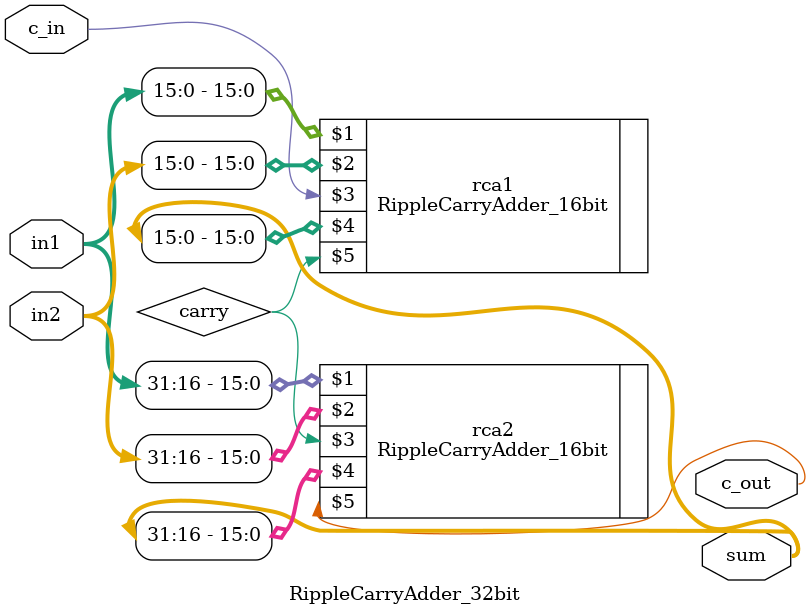
<source format=v>
`timescale 1ns / 1ps
/*
	Assignment Number: 3
	Problem Number: 1 Ripple Carry Adder
	Semester Number: 5
	Group Number: 22 
	Group Members: Nikhil Saraswat(20CS10039), Amit Kumar (20CS30003)
*/
//////////////////////////////////////////////////////////////////////////////////

module RippleCarryAdder_32bit(in1, in2, c_in, sum, c_out); // 32 bit ripple carry adder module
	 output [31:0] sum; // output sum
    output c_out; // output carry
	 
    input [31:0] in1,in2; // input 1 and input 2
    input c_in; // input carry

	wire carry;    // carry
	 //cascaded 2 8bit RCAs using carry wire
    RippleCarryAdder_16bit rca1(in1[15:0], in2[15:0], c_in, sum[15:0], carry); 
    RippleCarryAdder_16bit rca2(in1[31:16], in2[31:16], carry, sum[31:16], c_out);


endmodule   // end of module

</source>
